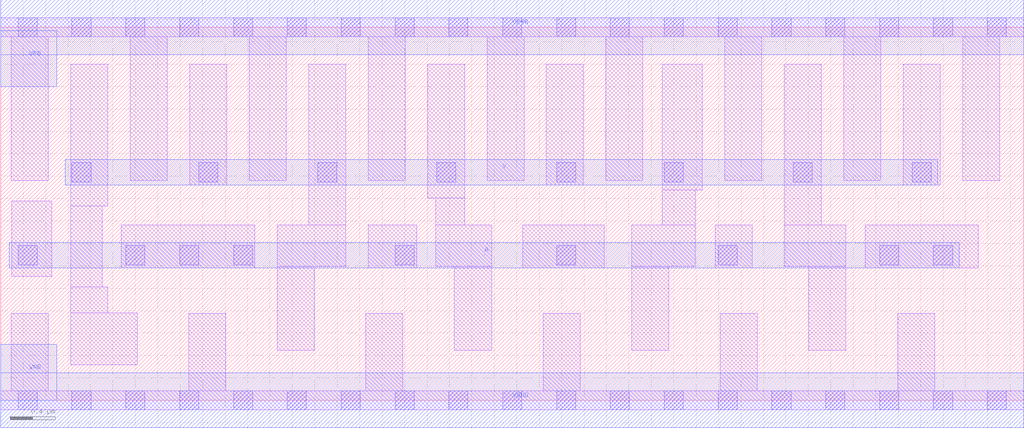
<source format=lef>
# Copyright 2020 The SkyWater PDK Authors
#
# Licensed under the Apache License, Version 2.0 (the "License");
# you may not use this file except in compliance with the License.
# You may obtain a copy of the License at
#
#     https://www.apache.org/licenses/LICENSE-2.0
#
# Unless required by applicable law or agreed to in writing, software
# distributed under the License is distributed on an "AS IS" BASIS,
# WITHOUT WARRANTIES OR CONDITIONS OF ANY KIND, either express or implied.
# See the License for the specific language governing permissions and
# limitations under the License.
#
# SPDX-License-Identifier: Apache-2.0

VERSION 5.5 ;
NAMESCASESENSITIVE ON ;
BUSBITCHARS "[]" ;
DIVIDERCHAR "/" ;
MACRO sky130_fd_sc_lp__clkinvlp_16
  CLASS CORE ;
  SOURCE USER ;
  ORIGIN  0.000000  0.000000 ;
  SIZE  9.120000 BY  3.330000 ;
  SYMMETRY X Y R90 ;
  SITE unit ;
  PIN A
    ANTENNAGATEAREA  5.650000 ;
    DIRECTION INPUT ;
    USE SIGNAL ;
    PORT
      LAYER met1 ;
        RECT 0.075000 1.180000 8.545000 1.410000 ;
    END
  END A
  PIN Y
    ANTENNADIFFAREA  3.010000 ;
    DIRECTION OUTPUT ;
    USE SIGNAL ;
    PORT
      LAYER met1 ;
        RECT 0.575000 1.920000 8.355000 2.150000 ;
    END
  END Y
  PIN VGND
    DIRECTION INOUT ;
    USE GROUND ;
    PORT
      LAYER met1 ;
        RECT 0.000000 -0.245000 9.120000 0.245000 ;
    END
  END VGND
  PIN VNB
    DIRECTION INOUT ;
    USE GROUND ;
    PORT
      LAYER met1 ;
        RECT 0.000000 0.000000 0.500000 0.500000 ;
    END
  END VNB
  PIN VPB
    DIRECTION INOUT ;
    USE POWER ;
    PORT
      LAYER met1 ;
        RECT 0.000000 2.800000 0.500000 3.300000 ;
    END
  END VPB
  PIN VPWR
    DIRECTION INOUT ;
    USE POWER ;
    PORT
      LAYER met1 ;
        RECT 0.000000 3.085000 9.120000 3.575000 ;
    END
  END VPWR
  OBS
    LAYER li1 ;
      RECT 0.000000 -0.085000 9.120000 0.085000 ;
      RECT 0.000000  3.245000 9.120000 3.415000 ;
      RECT 0.095000  0.085000 0.425000 0.775000 ;
      RECT 0.095000  1.960000 0.425000 3.245000 ;
      RECT 0.100000  1.105000 0.455000 1.780000 ;
      RECT 0.625000  0.315000 1.215000 0.780000 ;
      RECT 0.625000  0.780000 0.955000 1.010000 ;
      RECT 0.625000  1.010000 0.905000 1.735000 ;
      RECT 0.625000  1.735000 0.955000 3.000000 ;
      RECT 1.075000  1.180000 2.265000 1.565000 ;
      RECT 1.155000  1.960000 1.485000 3.245000 ;
      RECT 1.675000  0.085000 2.005000 0.775000 ;
      RECT 1.685000  1.920000 2.015000 3.000000 ;
      RECT 2.215000  1.960000 2.545000 3.245000 ;
      RECT 2.465000  0.445000 2.795000 1.195000 ;
      RECT 2.465000  1.195000 3.075000 1.565000 ;
      RECT 2.745000  1.565000 3.075000 3.000000 ;
      RECT 3.255000  0.085000 3.585000 0.775000 ;
      RECT 3.275000  1.180000 3.710000 1.565000 ;
      RECT 3.275000  1.960000 3.605000 3.245000 ;
      RECT 3.805000  1.805000 4.135000 3.000000 ;
      RECT 3.880000  1.195000 4.375000 1.565000 ;
      RECT 3.880000  1.565000 4.135000 1.805000 ;
      RECT 4.045000  0.445000 4.375000 1.195000 ;
      RECT 4.335000  1.960000 4.665000 3.245000 ;
      RECT 4.655000  1.180000 5.380000 1.565000 ;
      RECT 4.835000  0.085000 5.165000 0.775000 ;
      RECT 4.865000  1.920000 5.195000 3.000000 ;
      RECT 5.395000  1.960000 5.725000 3.245000 ;
      RECT 5.625000  0.445000 5.955000 1.195000 ;
      RECT 5.625000  1.195000 6.190000 1.565000 ;
      RECT 5.895000  1.565000 6.190000 1.875000 ;
      RECT 5.895000  1.875000 6.255000 3.000000 ;
      RECT 6.370000  1.180000 6.700000 1.565000 ;
      RECT 6.415000  0.085000 6.745000 0.775000 ;
      RECT 6.455000  1.960000 6.785000 3.245000 ;
      RECT 6.985000  1.195000 7.535000 1.565000 ;
      RECT 6.985000  1.565000 7.315000 3.000000 ;
      RECT 7.205000  0.445000 7.535000 1.195000 ;
      RECT 7.515000  1.960000 7.845000 3.245000 ;
      RECT 7.705000  1.180000 8.715000 1.565000 ;
      RECT 7.995000  0.085000 8.325000 0.775000 ;
      RECT 8.045000  1.920000 8.375000 3.000000 ;
      RECT 8.575000  1.960000 8.905000 3.245000 ;
    LAYER mcon ;
      RECT 0.155000 -0.085000 0.325000 0.085000 ;
      RECT 0.155000  1.210000 0.325000 1.380000 ;
      RECT 0.155000  3.245000 0.325000 3.415000 ;
      RECT 0.635000 -0.085000 0.805000 0.085000 ;
      RECT 0.635000  1.950000 0.805000 2.120000 ;
      RECT 0.635000  3.245000 0.805000 3.415000 ;
      RECT 1.115000 -0.085000 1.285000 0.085000 ;
      RECT 1.115000  1.210000 1.285000 1.380000 ;
      RECT 1.115000  3.245000 1.285000 3.415000 ;
      RECT 1.595000 -0.085000 1.765000 0.085000 ;
      RECT 1.595000  1.210000 1.765000 1.380000 ;
      RECT 1.595000  3.245000 1.765000 3.415000 ;
      RECT 1.765000  1.950000 1.935000 2.120000 ;
      RECT 2.075000 -0.085000 2.245000 0.085000 ;
      RECT 2.075000  1.210000 2.245000 1.380000 ;
      RECT 2.075000  3.245000 2.245000 3.415000 ;
      RECT 2.555000 -0.085000 2.725000 0.085000 ;
      RECT 2.555000  3.245000 2.725000 3.415000 ;
      RECT 2.825000  1.950000 2.995000 2.120000 ;
      RECT 3.035000 -0.085000 3.205000 0.085000 ;
      RECT 3.035000  3.245000 3.205000 3.415000 ;
      RECT 3.515000 -0.085000 3.685000 0.085000 ;
      RECT 3.515000  1.210000 3.685000 1.380000 ;
      RECT 3.515000  3.245000 3.685000 3.415000 ;
      RECT 3.885000  1.950000 4.055000 2.120000 ;
      RECT 3.995000 -0.085000 4.165000 0.085000 ;
      RECT 3.995000  3.245000 4.165000 3.415000 ;
      RECT 4.475000 -0.085000 4.645000 0.085000 ;
      RECT 4.475000  3.245000 4.645000 3.415000 ;
      RECT 4.955000 -0.085000 5.125000 0.085000 ;
      RECT 4.955000  1.210000 5.125000 1.380000 ;
      RECT 4.955000  1.950000 5.125000 2.120000 ;
      RECT 4.955000  3.245000 5.125000 3.415000 ;
      RECT 5.435000 -0.085000 5.605000 0.085000 ;
      RECT 5.435000  3.245000 5.605000 3.415000 ;
      RECT 5.915000 -0.085000 6.085000 0.085000 ;
      RECT 5.915000  1.950000 6.085000 2.120000 ;
      RECT 5.915000  3.245000 6.085000 3.415000 ;
      RECT 6.395000 -0.085000 6.565000 0.085000 ;
      RECT 6.395000  1.210000 6.565000 1.380000 ;
      RECT 6.395000  3.245000 6.565000 3.415000 ;
      RECT 6.875000 -0.085000 7.045000 0.085000 ;
      RECT 6.875000  3.245000 7.045000 3.415000 ;
      RECT 7.065000  1.950000 7.235000 2.120000 ;
      RECT 7.355000 -0.085000 7.525000 0.085000 ;
      RECT 7.355000  3.245000 7.525000 3.415000 ;
      RECT 7.835000 -0.085000 8.005000 0.085000 ;
      RECT 7.835000  1.210000 8.005000 1.380000 ;
      RECT 7.835000  3.245000 8.005000 3.415000 ;
      RECT 8.125000  1.950000 8.295000 2.120000 ;
      RECT 8.315000 -0.085000 8.485000 0.085000 ;
      RECT 8.315000  1.210000 8.485000 1.380000 ;
      RECT 8.315000  3.245000 8.485000 3.415000 ;
      RECT 8.795000 -0.085000 8.965000 0.085000 ;
      RECT 8.795000  3.245000 8.965000 3.415000 ;
  END
END sky130_fd_sc_lp__clkinvlp_16

</source>
